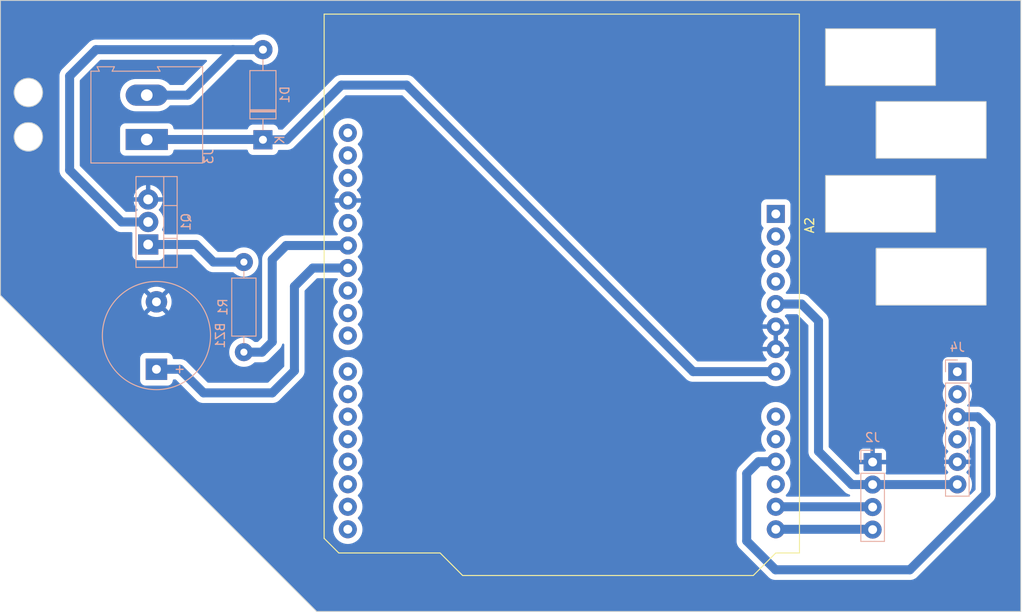
<source format=kicad_pcb>
(kicad_pcb (version 20221018) (generator pcbnew)
  (title_block (title "PH meter") (date "2023-09-27") (rev "1.3") (company "Yorglab / Nathaniel Horne"))
  (layers (0 "F.Cu" signal) (31 "B.Cu" signal) (34 "B.Paste" user) (35 "F.Paste" user) (36 "B.SilkS" user "B.Silkscreen") (37 "F.SilkS" user "F.Silkscreen") (38 "B.Mask" user) (39 "F.Mask" user) (44 "Edge.Cuts" user))
  (net 0 "")
  (net 11 "+5V")
  (net 13 "GND")
  (net 14 "+12V")
  (net 15 "Net-(D1-A)")
  (net 16 "Net-(Q1-B)")
  (net 25 "Net-(A2-D11)")
  (net 26 "Net-(A2-D12)")
  (net 29 "Net-(J2-Pin_3)")
  (net 30 "Net-(J2-Pin_4)")
  (net 32 "Net-(A2-A2)")
  (footprint "custom_arduinos:Arduino_UNO_R3" (layer "F.Cu") (at 154.58 97.775 -90)
    (fp_text reference "A2" (at 1.27 -3.81 90) (layer "F.SilkS"))
    (fp_text value "Arduino_UNO_R3")
    (fp_line (start -22.5298 -2.6568) (end -22.5298 50.927) (stroke (width 0.12)) (layer "F.SilkS"))
    (fp_line (start -22.5298 50.927) (end 36.58 50.93) (stroke (width 0.12)) (layer "F.SilkS"))
    (fp_line (start 36.58 50.93) (end 38.23 49.28) (stroke (width 0.12)) (layer "F.SilkS"))
    (fp_line (start 38.23 -2.67) (end -22.5298 -2.6568) (stroke (width 0.12)) (layer "F.SilkS"))
    (fp_line (start 38.23 0) (end 38.23 -2.67) (stroke (width 0.12)) (layer "F.SilkS"))
    (fp_line (start 38.23 37.85) (end 40.77 35.31) (stroke (width 0.12)) (layer "F.SilkS"))
    (fp_line (start 38.23 49.28) (end 38.23 37.85) (stroke (width 0.12)) (layer "F.SilkS"))
    (fp_line (start 40.77 2.54) (end 38.23 0) (stroke (width 0.12)) (layer "F.SilkS"))
    (fp_line (start 40.77 35.31) (end 40.77 2.54) (stroke (width 0.12)) (layer "F.SilkS"))
    (pad "1" thru_hole rect (at 0 0) (size 2.032 2.032) (drill 1) (layers "*.Cu" "*.Mask"))
    (pad "2" thru_hole oval (at 2.54 0) (size 2.032 2.032) (drill 1) (layers "*.Cu" "*.Mask"))
    (pad "3" thru_hole oval (at 5.08 0) (size 2.032 2.032) (drill 1) (layers "*.Cu" "*.Mask"))
    (pad "4" thru_hole oval (at 7.62 0) (size 2.032 2.032) (drill 1) (layers "*.Cu" "*.Mask"))
    (pad "5" thru_hole oval (at 10.16 0) (size 2.032 2.032) (drill 1) (layers "*.Cu" "*.Mask") (net 11 "+5V"))
    (pad "6" thru_hole oval (at 12.7 0) (size 2.032 2.032) (drill 1) (layers "*.Cu" "*.Mask") (net 13 "GND"))
    (pad "7" thru_hole oval (at 15.24 0) (size 2.032 2.032) (drill 1) (layers "*.Cu" "*.Mask") (net 13 "GND"))
    (pad "8" thru_hole oval (at 17.78 0) (size 2.032 2.032) (drill 1) (layers "*.Cu" "*.Mask") (net 14 "+12V"))
    (pad "9" thru_hole oval (at 22.86 0) (size 2.032 2.032) (drill 1) (layers "*.Cu" "*.Mask"))
    (pad "10" thru_hole oval (at 25.4 0) (size 2.032 2.032) (drill 1) (layers "*.Cu" "*.Mask"))
    (pad "11" thru_hole oval (at 27.94 0) (size 2.032 2.032) (drill 1) (layers "*.Cu" "*.Mask") (net 32 "Net-(A2-A2)"))
    (pad "12" thru_hole oval (at 30.48 0) (size 2.032 2.032) (drill 1) (layers "*.Cu" "*.Mask"))
    (pad "13" thru_hole oval (at 33.02 0) (size 2.032 2.032) (drill 1) (layers "*.Cu" "*.Mask") (net 29 "Net-(J2-Pin_3)"))
    (pad "14" thru_hole oval (at 35.56 0) (size 2.032 2.032) (drill 1) (layers "*.Cu" "*.Mask") (net 30 "Net-(J2-Pin_4)"))
    (pad "15" thru_hole oval (at 35.56 48.26) (size 2.032 2.032) (drill 1) (layers "*.Cu" "*.Mask"))
    (pad "16" thru_hole oval (at 33.02 48.26) (size 2.032 2.032) (drill 1) (layers "*.Cu" "*.Mask"))
    (pad "17" thru_hole oval (at 30.48 48.26) (size 2.032 2.032) (drill 1) (layers "*.Cu" "*.Mask"))
    (pad "18" thru_hole oval (at 27.94 48.26) (size 2.032 2.032) (drill 1) (layers "*.Cu" "*.Mask"))
    (pad "19" thru_hole oval (at 25.4 48.26) (size 2.032 2.032) (drill 1) (layers "*.Cu" "*.Mask"))
    (pad "20" thru_hole oval (at 22.86 48.26) (size 2.032 2.032) (drill 1) (layers "*.Cu" "*.Mask"))
    (pad "21" thru_hole oval (at 20.32 48.26) (size 2.032 2.032) (drill 1) (layers "*.Cu" "*.Mask"))
    (pad "22" thru_hole oval (at 17.78 48.26) (size 2.032 2.032) (drill 1) (layers "*.Cu" "*.Mask"))
    (pad "23" thru_hole oval (at 13.72 48.26) (size 2.032 2.032) (drill 1) (layers "*.Cu" "*.Mask"))
    (pad "24" thru_hole oval (at 11.18 48.26) (size 2.032 2.032) (drill 1) (layers "*.Cu" "*.Mask"))
    (pad "25" thru_hole oval (at 8.64 48.26) (size 2.032 2.032) (drill 1) (layers "*.Cu" "*.Mask"))
    (pad "26" thru_hole oval (at 6.1 48.26) (size 2.032 2.032) (drill 1) (layers "*.Cu" "*.Mask") (net 25 "Net-(A2-D11)"))
    (pad "27" thru_hole oval (at 3.56 48.26) (size 2.032 2.032) (drill 1) (layers "*.Cu" "*.Mask") (net 26 "Net-(A2-D12)"))
    (pad "28" thru_hole oval (at 1.02 48.26) (size 2.032 2.032) (drill 1) (layers "*.Cu" "*.Mask"))
    (pad "29" thru_hole oval (at -1.52 48.26) (size 2.032 2.032) (drill 1) (layers "*.Cu" "*.Mask") (net 13 "GND"))
    (pad "30" thru_hole oval (at -4.06 48.26) (size 2.032 2.032) (drill 1) (layers "*.Cu" "*.Mask"))
    (pad "31" thru_hole oval (at -6.6 48.26) (size 2.032 2.032) (drill 1) (layers "*.Cu" "*.Mask"))
    (pad "32" thru_hole oval (at -9.14 48.26) (size 2.032 2.032) (drill 1) (layers "*.Cu" "*.Mask"))
  )
  (footprint "Resistor_THT:R_Axial_DIN0207_L6.3mm_D2.5mm_P10.16mm_Horizontal" (layer "B.Cu") (at 94.6 103.2 -90)
    (fp_text reference "R1" (at 5.08 2.37 90) (layer "B.SilkS") (effects (justify mirror)))
    (fp_text value "R")
    (fp_line (start 1.04 0) (end 1.81 0) (stroke (width 0.12)) (layer "B.SilkS"))
    (fp_line (start 1.81 -1.37) (end 8.35 -1.37) (stroke (width 0.12)) (layer "B.SilkS"))
    (fp_line (start 1.81 1.37) (end 1.81 -1.37) (stroke (width 0.12)) (layer "B.SilkS"))
    (fp_line (start 8.35 -1.37) (end 8.35 1.37) (stroke (width 0.12)) (layer "B.SilkS"))
    (fp_line (start 8.35 1.37) (end 1.81 1.37) (stroke (width 0.12)) (layer "B.SilkS"))
    (fp_line (start 9.12 0) (end 8.35 0) (stroke (width 0.12)) (layer "B.SilkS"))
    (pad "1" thru_hole circle (at 0 0 270) (size 2.032 2.032) (drill 0.8) (layers "*.Cu" "*.Mask") (net 16 "Net-(Q1-B)"))
    (pad "2" thru_hole oval (at 10.16 0 270) (size 2.032 2.032) (drill 0.8) (layers "*.Cu" "*.Mask") (net 26 "Net-(A2-D12)"))
  )
  (footprint "Connector_PinSocket_2.54mm:PinSocket_1x06_P2.54mm_Vertical" (layer "B.Cu") (at 175.05 115.57 180)
    (fp_text reference "J4" (at 0 2.77) (layer "B.SilkS") (effects (justify mirror)))
    (fp_text value "Conn_01x06_Socket")
    (fp_line (start -1.33 -14.03) (end 1.33 -14.03) (stroke (width 0.12)) (layer "B.SilkS"))
    (fp_line (start -1.33 -1.27) (end -1.33 -14.03) (stroke (width 0.12)) (layer "B.SilkS"))
    (fp_line (start -1.33 -1.27) (end 1.33 -1.27) (stroke (width 0.12)) (layer "B.SilkS"))
    (fp_line (start 0 1.33) (end 1.33 1.33) (stroke (width 0.12)) (layer "B.SilkS"))
    (fp_line (start 1.33 -1.27) (end 1.33 -14.03) (stroke (width 0.12)) (layer "B.SilkS"))
    (fp_line (start 1.33 1.33) (end 1.33 0) (stroke (width 0.12)) (layer "B.SilkS"))
    (pad "1" thru_hole rect (at 0 0 180) (size 2.032 2.032) (drill 1) (layers "*.Cu" "*.Mask"))
    (pad "2" thru_hole oval (at 0 -2.54 180) (size 2.032 2.032) (drill 1) (layers "*.Cu" "*.Mask"))
    (pad "3" thru_hole oval (at 0 -5.08 180) (size 2.032 2.032) (drill 1) (layers "*.Cu" "*.Mask") (net 32 "Net-(A2-A2)"))
    (pad "4" thru_hole oval (at 0 -7.62 180) (size 2.032 2.032) (drill 1) (layers "*.Cu" "*.Mask"))
    (pad "5" thru_hole oval (at 0 -10.16 180) (size 2.032 2.032) (drill 1) (layers "*.Cu" "*.Mask") (net 13 "GND"))
    (pad "6" thru_hole oval (at 0 -12.7 180) (size 2.032 2.032) (drill 1) (layers "*.Cu" "*.Mask") (net 11 "+5V"))
  )
  (footprint "Diode_THT:D_A-405_P10.16mm_Horizontal" (layer "B.Cu") (at 96.75 89.41 90)
    (fp_text reference "D1" (at 5.08 2.47 270) (layer "B.SilkS") (effects (justify mirror)))
    (fp_text value "D")
    (fp_text user "K" (at 0 1.9 270) (layer "B.SilkS") (effects (justify mirror)))
    (fp_line (start 1.14 0) (end 2.36 0) (stroke (width 0.12)) (layer "B.SilkS"))
    (fp_line (start 2.36 -1.47) (end 7.8 -1.47) (stroke (width 0.12)) (layer "B.SilkS"))
    (fp_line (start 2.36 1.47) (end 2.36 -1.47) (stroke (width 0.12)) (layer "B.SilkS"))
    (fp_line (start 3.14 1.47) (end 3.14 -1.47) (stroke (width 0.12)) (layer "B.SilkS"))
    (fp_line (start 3.26 1.47) (end 3.26 -1.47) (stroke (width 0.12)) (layer "B.SilkS"))
    (fp_line (start 3.38 1.47) (end 3.38 -1.47) (stroke (width 0.12)) (layer "B.SilkS"))
    (fp_line (start 7.8 -1.47) (end 7.8 1.47) (stroke (width 0.12)) (layer "B.SilkS"))
    (fp_line (start 7.8 1.47) (end 2.36 1.47) (stroke (width 0.12)) (layer "B.SilkS"))
    (fp_line (start 9.02 0) (end 7.8 0) (stroke (width 0.12)) (layer "B.SilkS"))
    (pad "1" thru_hole rect (at 0 0 90) (size 2.159 2.159) (drill 0.9) (layers "*.Cu" "*.Mask") (net 14 "+12V"))
    (pad "2" thru_hole oval (at 10.16 0 90) (size 2.159 2.159) (drill 0.9) (layers "*.Cu" "*.Mask") (net 15 "Net-(D1-A)"))
  )
  (footprint "Connector_PinSocket_2.54mm:PinSocket_1x04_P2.54mm_Vertical" (layer "B.Cu") (at 165.5 125.75 180)
    (fp_text reference "J2" (at 0 2.77) (layer "B.SilkS") (effects (justify mirror)))
    (fp_text value "Conn_01x04_Socket")
    (fp_line (start -1.33 -8.95) (end 1.33 -8.95) (stroke (width 0.12)) (layer "B.SilkS"))
    (fp_line (start -1.33 -1.27) (end -1.33 -8.95) (stroke (width 0.12)) (layer "B.SilkS"))
    (fp_line (start -1.33 -1.27) (end 1.33 -1.27) (stroke (width 0.12)) (layer "B.SilkS"))
    (fp_line (start 0 1.33) (end 1.33 1.33) (stroke (width 0.12)) (layer "B.SilkS"))
    (fp_line (start 1.33 -1.27) (end 1.33 -8.95) (stroke (width 0.12)) (layer "B.SilkS"))
    (fp_line (start 1.33 1.33) (end 1.33 0) (stroke (width 0.12)) (layer "B.SilkS"))
    (pad "1" thru_hole rect (at 0 0 180) (size 2.032 2.032) (drill 1) (layers "*.Cu" "*.Mask") (net 13 "GND"))
    (pad "2" thru_hole oval (at 0 -2.54 180) (size 2.032 2.032) (drill 1) (layers "*.Cu" "*.Mask") (net 11 "+5V"))
    (pad "3" thru_hole oval (at 0 -5.08 180) (size 2.032 2.032) (drill 1) (layers "*.Cu" "*.Mask") (net 29 "Net-(J2-Pin_3)"))
    (pad "4" thru_hole oval (at 0 -7.62 180) (size 2.032 2.032) (drill 1) (layers "*.Cu" "*.Mask") (net 30 "Net-(J2-Pin_4)"))
  )
  (footprint "Buzzer_Beeper:Buzzer_12x9.5RM7.6" (layer "B.Cu") (at 84.74136 115.2875 90)
    (fp_text reference "BZ1" (at 3.8 7.2 -90) (layer "B.SilkS") (effects (justify mirror)))
    (fp_text value "Buzzer")
    (fp_text user "+" (at -0.01 2.54 -90) (layer "B.SilkS") (effects (justify mirror)))
    (fp_circle (center 3.8 0) (end 9.9 0) (stroke (width 0.12)) (fill none) (layer "B.SilkS"))
    (pad "1" thru_hole rect (at 0 0 90) (size 2.413 2.413) (drill 1) (layers "*.Cu" "*.Mask") (net 25 "Net-(A2-D11)"))
    (pad "2" thru_hole circle (at 7.6 0 90) (size 2.413 2.413) (drill 1) (layers "*.Cu" "*.Mask") (net 13 "GND"))
  )
  (footprint "TerminalBlock:TerminalBlock_Altech_AK300-2_P5.00mm" (layer "B.Cu") (at 83.65 89.38 90)
    (fp_text reference "J3" (at -1.92 6.99 -90) (layer "B.SilkS") (effects (justify mirror)))
    (fp_text value "Screw_Terminal_01x02")
    (fp_line (start -2.65 -6.3) (end 7.7 -6.3) (stroke (width 0.12)) (layer "B.SilkS"))
    (fp_line (start -2.65 6.3) (end -2.65 -6.3) (stroke (width 0.12)) (layer "B.SilkS"))
    (fp_line (start 7.7 -6.3) (end 7.7 -5.35) (stroke (width 0.12)) (layer "B.SilkS"))
    (fp_line (start 7.7 -5.35) (end 8.2 -5.6) (stroke (width 0.12)) (layer "B.SilkS"))
    (fp_line (start 7.7 -3.9) (end 7.7 1.5) (stroke (width 0.12)) (layer "B.SilkS"))
    (fp_line (start 7.7 1.5) (end 8.2 1.2) (stroke (width 0.12)) (layer "B.SilkS"))
    (fp_line (start 8.2 -5.6) (end 8.2 -3.7) (stroke (width 0.12)) (layer "B.SilkS"))
    (fp_line (start 8.2 -3.7) (end 8.2 -3.65) (stroke (width 0.12)) (layer "B.SilkS"))
    (fp_line (start 8.2 -3.65) (end 7.7 -3.9) (stroke (width 0.12)) (layer "B.SilkS"))
    (fp_line (start 8.2 1.2) (end 8.2 6.3) (stroke (width 0.12)) (layer "B.SilkS"))
    (fp_line (start 8.2 6.3) (end -2.65 6.3) (stroke (width 0.12)) (layer "B.SilkS"))
    (pad "1" thru_hole rect (at 0 0 90) (size 2.3749 4.7498) (drill 1.32) (layers "*.Cu" "*.Mask") (net 14 "+12V"))
    (pad "2" thru_hole oval (at 5 0 90) (size 2.3749 4.7498) (drill 1.32) (layers "*.Cu" "*.Mask") (net 15 "Net-(D1-A)"))
  )
  (footprint "Package_TO_SOT_THT:TO-220-3_Vertical" (layer "B.Cu") (at 83.805 101.22 90)
    (fp_text reference "Q1" (at 2.54 4.27 -90) (layer "B.SilkS") (effects (justify mirror)))
    (fp_text value "TIP120")
    (fp_line (start -2.58 -1.371) (end 7.66 -1.371) (stroke (width 0.12)) (layer "B.SilkS"))
    (fp_line (start -2.58 1.76) (end 7.66 1.76) (stroke (width 0.12)) (layer "B.SilkS"))
    (fp_line (start -2.58 3.27) (end -2.58 -1.371) (stroke (width 0.12)) (layer "B.SilkS"))
    (fp_line (start -2.58 3.27) (end 7.66 3.27) (stroke (width 0.12)) (layer "B.SilkS"))
    (fp_line (start 0.69 3.27) (end 0.69 1.76) (stroke (width 0.12)) (layer "B.SilkS"))
    (fp_line (start 4.391 3.27) (end 4.391 1.76) (stroke (width 0.12)) (layer "B.SilkS"))
    (fp_line (start 7.66 3.27) (end 7.66 -1.371) (stroke (width 0.12)) (layer "B.SilkS"))
    (pad "1" thru_hole rect (at 0 0 90) (size 2.286 2.286) (drill 1.1) (layers "*.Cu" "*.Mask") (net 16 "Net-(Q1-B)"))
    (pad "2" thru_hole oval (at 2.54 0 90) (size 2.286 2.286) (drill 1.1) (layers "*.Cu" "*.Mask") (net 15 "Net-(D1-A)"))
    (pad "3" thru_hole oval (at 5.08 0 90) (size 2.286 2.286) (drill 1.1) (layers "*.Cu" "*.Mask") (net 13 "GND"))
  )
  (gr_rect (start 160.19 76.89) (end 172.59 83.29) (stroke (width 0.1)) (fill none) (layer "Edge.Cuts"))
  (gr_rect (start 160.19 93.44) (end 172.59 99.84) (stroke (width 0.1)) (fill none) (layer "Edge.Cuts"))
  (gr_rect (start 165.9 101.65) (end 178.3 108.05) (stroke (width 0.1)) (fill none) (layer "Edge.Cuts"))
  (gr_line (start 102.8 142.6) (end 182.2 142.6) (stroke (width 0.1)) (layer "Edge.Cuts"))
  (gr_circle (center 70.3 84.08) (end 71.9 84.08) (stroke (width 0.1)) (fill none) (layer "Edge.Cuts"))
  (gr_line (start 67.15 73.7) (end 67.15 106.95) (stroke (width 0.1)) (layer "Edge.Cuts"))
  (gr_line (start 182.2 73.7) (end 67.15 73.7) (stroke (width 0.1)) (layer "Edge.Cuts"))
  (gr_circle (center 70.3 89.08) (end 71.9 89.08) (stroke (width 0.1)) (fill none) (layer "Edge.Cuts"))
  (gr_rect (start 165.9 85.1) (end 178.3 91.5) (stroke (width 0.1)) (fill none) (layer "Edge.Cuts"))
  (gr_line (start 67.15 106.95) (end 102.8 142.6) (stroke (width 0.1)) (layer "Edge.Cuts"))
  (gr_line (start 182.2 142.6) (end 182.2 73.7) (stroke (width 0.1)) (layer "Edge.Cuts"))
  (segment (start 165.5 128.29) (end 163.14 128.29) (width 1.016) (layer "B.Cu") (net 11))
  (segment (start 159.4 109.85) (end 157.485 107.935) (width 1.016) (layer "B.Cu") (net 11))
  (segment (start 165.5 128.29) (end 175.03 128.29) (width 1.016) (layer "B.Cu") (net 11))
  (segment (start 157.485 107.935) (end 154.58 107.935) (width 1.016) (layer "B.Cu") (net 11))
  (segment (start 159.4 124.55) (end 159.4 109.85) (width 1.016) (layer "B.Cu") (net 11))
  (segment (start 175.03 128.29) (end 175.05 128.27) (width 0.3048) (layer "B.Cu") (net 11))
  (segment (start 163.14 128.29) (end 159.4 124.55) (width 1.016) (layer "B.Cu") (net 11))
  (segment (start 99.44 89.41) (end 105.6 83.25) (width 1.016) (layer "B.Cu") (net 14))
  (segment (start 112.95 83.25) (end 145.255 115.555) (width 1.016) (layer "B.Cu") (net 14))
  (segment (start 83.65 89.38) (end 96.72 89.38) (width 1.016) (layer "B.Cu") (net 14))
  (segment (start 96.72 89.38) (end 96.75 89.41) (width 1.016) (layer "B.Cu") (net 14))
  (segment (start 96.75 89.41) (end 99.44 89.41) (width 1.016) (layer "B.Cu") (net 14))
  (segment (start 145.255 115.555) (end 154.58 115.555) (width 1.016) (layer "B.Cu") (net 14))
  (segment (start 105.6 83.25) (end 112.95 83.25) (width 1.016) (layer "B.Cu") (net 14))
  (segment (start 77.93 79.25) (end 74.95 82.23) (width 1.016) (layer "B.Cu") (net 15))
  (segment (start 74.95 92.83) (end 80.8 98.68) (width 1.016) (layer "B.Cu") (net 15))
  (segment (start 88.25 84.38) (end 93.38 79.25) (width 1.016) (layer "B.Cu") (net 15))
  (segment (start 80.8 98.68) (end 83.805 98.68) (width 1.016) (layer "B.Cu") (net 15))
  (segment (start 93.38 79.25) (end 96.75 79.25) (width 1.016) (layer "B.Cu") (net 15))
  (segment (start 93.38 79.25) (end 77.93 79.25) (width 1.016) (layer "B.Cu") (net 15))
  (segment (start 83.65 84.38) (end 88.25 84.38) (width 1.016) (layer "B.Cu") (net 15))
  (segment (start 74.95 82.23) (end 74.95 92.83) (width 1.016) (layer "B.Cu") (net 15))
  (segment (start 94.6 103.2) (end 91.17 103.2) (width 1.016) (layer "B.Cu") (net 16))
  (segment (start 91.17 103.2) (end 89.19 101.22) (width 1.016) (layer "B.Cu") (net 16))
  (segment (start 89.19 101.22) (end 83.805 101.22) (width 1.016) (layer "B.Cu") (net 16))
  (segment (start 84.74136 115.2875) (end 87.3875 115.2875) (width 1.016) (layer "B.Cu") (net 25))
  (segment (start 102.375 103.875) (end 106.32 103.875) (width 1.016) (layer "B.Cu") (net 25))
  (segment (start 100.3 115.45) (end 100.3 105.95) (width 1.016) (layer "B.Cu") (net 25))
  (segment (start 100.3 105.95) (end 102.375 103.875) (width 1.016) (layer "B.Cu") (net 25))
  (segment (start 97.8 117.95) (end 100.3 115.45) (width 1.016) (layer "B.Cu") (net 25))
  (segment (start 87.3875 115.2875) (end 90.05 117.95) (width 1.016) (layer "B.Cu") (net 25))
  (segment (start 90.05 117.95) (end 97.8 117.95) (width 1.016) (layer "B.Cu") (net 25))
  (segment (start 97.8 102.9) (end 99.365 101.335) (width 1.016) (layer "B.Cu") (net 26))
  (segment (start 94.6 113.36) (end 96.64 113.36) (width 1.016) (layer "B.Cu") (net 26))
  (segment (start 96.64 113.36) (end 97.8 112.2) (width 1.016) (layer "B.Cu") (net 26))
  (segment (start 97.8 112.2) (end 97.8 102.9) (width 1.016) (layer "B.Cu") (net 26))
  (segment (start 99.365 101.335) (end 106.32 101.335) (width 1.016) (layer "B.Cu") (net 26))
  (segment (start 165.465 130.795) (end 165.5 130.83) (width 0.3048) (layer "B.Cu") (net 29))
  (segment (start 154.58 130.795) (end 165.465 130.795) (width 1.016) (layer "B.Cu") (net 29))
  (segment (start 154.615 130.83) (end 154.58 130.795) (width 0.3048) (layer "B.Cu") (net 29))
  (segment (start 154.615 133.37) (end 154.58 133.335) (width 0.3048) (layer "B.Cu") (net 30))
  (segment (start 165.465 133.335) (end 165.5 133.37) (width 0.3048) (layer "B.Cu") (net 30))
  (segment (start 154.58 133.335) (end 165.465 133.335) (width 1.016) (layer "B.Cu") (net 30))
  (segment (start 151.3 134.65) (end 151.3 127.05) (width 1.016) (layer "B.Cu") (net 32))
  (segment (start 175.05 120.65) (end 177.35 120.65) (width 1.016) (layer "B.Cu") (net 32))
  (segment (start 151.3 127.05) (end 152.635 125.715) (width 1.016) (layer "B.Cu") (net 32))
  (segment (start 178.25 121.55) (end 178.25 129.35) (width 1.016) (layer "B.Cu") (net 32))
  (segment (start 169.7 137.9) (end 154.55 137.9) (width 1.016) (layer "B.Cu") (net 32))
  (segment (start 152.635 125.715) (end 154.58 125.715) (width 1.016) (layer "B.Cu") (net 32))
  (segment (start 178.25 129.35) (end 169.7 137.9) (width 1.016) (layer "B.Cu") (net 32))
  (segment (start 177.35 120.65) (end 178.25 121.55) (width 1.016) (layer "B.Cu") (net 32))
  (segment (start 154.55 137.9) (end 151.3 134.65) (width 1.016) (layer "B.Cu") (net 32))
  (zone (net 13) (net_name "GND") (layer "B.Cu") (connect_pads (clearance 0.5)) (min_thickness 0.25) (fill yes (thermal_gap 0.5) (thermal_bridge_width 0.5))
    (polygon (pts (xy 67.15 73.7) (xy 182.2 73.7) (xy 182.2 142.6) (xy 102.8 142.6) (xy 67.15 106.95)))
  )
)
</source>
